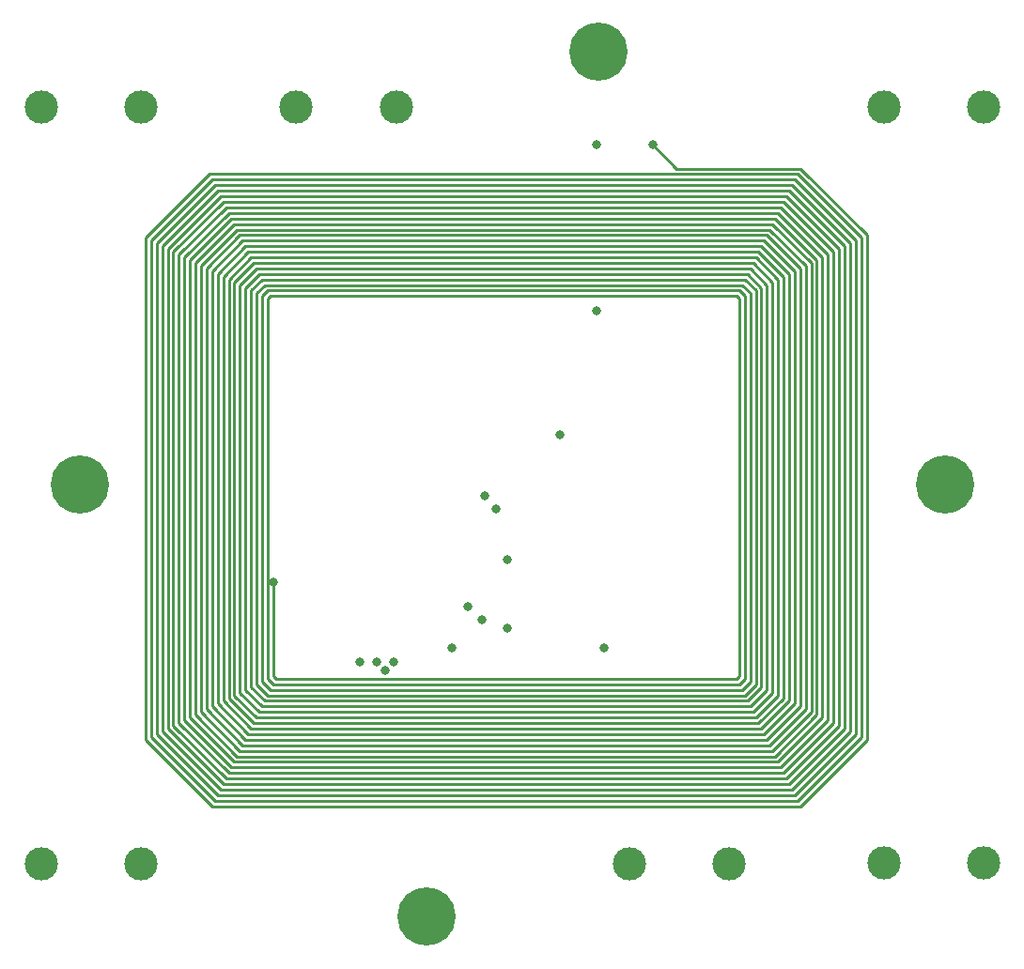
<source format=gbr>
%TF.GenerationSoftware,KiCad,Pcbnew,(5.1.10)-1*%
%TF.CreationDate,2022-05-09T17:44:24-07:00*%
%TF.ProjectId,solar-panel-side-Z,736f6c61-722d-4706-916e-656c2d736964,1.0*%
%TF.SameCoordinates,Original*%
%TF.FileFunction,Copper,L2,Inr*%
%TF.FilePolarity,Positive*%
%FSLAX46Y46*%
G04 Gerber Fmt 4.6, Leading zero omitted, Abs format (unit mm)*
G04 Created by KiCad (PCBNEW (5.1.10)-1) date 2022-05-09 17:44:24*
%MOMM*%
%LPD*%
G01*
G04 APERTURE LIST*
%TA.AperFunction,ComponentPad*%
%ADD10C,5.250000*%
%TD*%
%TA.AperFunction,ComponentPad*%
%ADD11C,3.000000*%
%TD*%
%TA.AperFunction,ViaPad*%
%ADD12C,0.800000*%
%TD*%
%TA.AperFunction,Conductor*%
%ADD13C,0.250000*%
%TD*%
G04 APERTURE END LIST*
D10*
%TO.N,Net-(J5-Pad1)*%
%TO.C,J5*%
X188500000Y-85000000D03*
%TD*%
%TO.N,Net-(J4-Pad1)*%
%TO.C,J4*%
X157250000Y-46000000D03*
%TD*%
%TO.N,Net-(J3-Pad1)*%
%TO.C,J3*%
X141750000Y-124000000D03*
%TD*%
%TO.N,Net-(J2-Pad1)*%
%TO.C,J2*%
X110500000Y-85000000D03*
%TD*%
D11*
%TO.N,Net-(SC5-Pad2)*%
%TO.C,SC5*%
X191952000Y-51008000D03*
%TO.N,Net-(D3-Pad2)*%
X182952000Y-51008000D03*
%TD*%
%TO.N,Net-(SC3-Pad2)*%
%TO.C,SC4*%
X169000000Y-119250000D03*
%TO.N,GND*%
X160000000Y-119250000D03*
%TD*%
%TO.N,Net-(SC5-Pad2)*%
%TO.C,SC6*%
X191952000Y-119172000D03*
%TO.N,GND*%
X182952000Y-119172000D03*
%TD*%
%TO.N,Net-(D2-Pad2)*%
%TO.C,SC3*%
X130000000Y-51000000D03*
%TO.N,Net-(SC3-Pad2)*%
X139000000Y-51000000D03*
%TD*%
%TO.N,GND*%
%TO.C,SC2*%
X107006000Y-119250000D03*
%TO.N,Net-(SC1-Pad2)*%
X116006000Y-119250000D03*
%TD*%
%TO.N,Net-(SC1-Pad2)*%
%TO.C,SC1*%
X116006000Y-51008000D03*
%TO.N,Net-(D1-Pad2)*%
X107006000Y-51008000D03*
%TD*%
D12*
%TO.N,GND*%
X138000000Y-101750000D03*
X157110000Y-69390000D03*
X153750000Y-80500000D03*
%TO.N,+3V3*%
X138750000Y-101000000D03*
X149000000Y-97950010D03*
X149000000Y-91750000D03*
%TO.N,VSOLAR*%
X157750000Y-99750000D03*
X144000000Y-99750000D03*
%TO.N,SDA*%
X135750000Y-101000000D03*
X145500000Y-96000000D03*
X147000000Y-86000000D03*
%TO.N,SCL*%
X146750000Y-97250000D03*
X137250000Y-101000000D03*
X148000000Y-87250000D03*
%TO.N,Net-(U2-Pad6)*%
X162110000Y-54352000D03*
X157030000Y-54352000D03*
X127924000Y-93782000D03*
%TD*%
D13*
%TO.N,Net-(U2-Pad6)*%
X127424000Y-68282000D02*
X127674000Y-68032000D01*
X171924000Y-67282000D02*
X171924000Y-103282000D01*
X127424000Y-67532000D02*
X169924000Y-67532000D01*
X127674000Y-103532000D02*
X126924000Y-102782000D01*
X170424000Y-66532000D02*
X171424000Y-67532000D01*
X118424000Y-63782000D02*
X123174000Y-59032000D01*
X169674000Y-102532000D02*
X128174000Y-102532000D01*
X123924000Y-66532000D02*
X125924000Y-64532000D01*
X169674000Y-102532000D02*
X169924000Y-102282000D01*
X125424000Y-108032000D02*
X122424000Y-105032000D01*
X119424000Y-64282000D02*
X123674000Y-60032000D01*
X127924000Y-102282000D02*
X128174000Y-102532000D01*
X127674000Y-68032000D02*
X169674000Y-68032000D01*
X170174000Y-67032000D02*
X170924000Y-67782000D01*
X179424000Y-63532000D02*
X179424000Y-107032000D01*
X127424000Y-102532000D02*
X127424000Y-68282000D01*
X169924000Y-68282000D02*
X169924000Y-102282000D01*
X170924000Y-105032000D02*
X126924000Y-105032000D01*
X126424000Y-103032000D02*
X126424000Y-67782000D01*
X169674000Y-68032000D02*
X169924000Y-68282000D01*
X124424000Y-66782000D02*
X126174000Y-65032000D01*
X170174000Y-103532000D02*
X127674000Y-103532000D01*
X170924000Y-102782000D02*
X170174000Y-103532000D01*
X125924000Y-67532000D02*
X126924000Y-66532000D01*
X171424000Y-103032000D02*
X170424000Y-104032000D01*
X125424000Y-67282000D02*
X126674000Y-66032000D01*
X126674000Y-66032000D02*
X170674000Y-66032000D01*
X124924000Y-67032000D02*
X126424000Y-65532000D01*
X127174000Y-67032000D02*
X170174000Y-67032000D01*
X126174000Y-106532000D02*
X123924000Y-104282000D01*
X125424000Y-103532000D02*
X125424000Y-67282000D01*
X169924000Y-103032000D02*
X127924000Y-103032000D01*
X180924000Y-107782000D02*
X175174000Y-113532000D01*
X170924000Y-67782000D02*
X170924000Y-102782000D01*
X170424000Y-68032000D02*
X170424000Y-102532000D01*
X170424000Y-102532000D02*
X169924000Y-103032000D01*
X171424000Y-67532000D02*
X171424000Y-103032000D01*
X174424000Y-112032000D02*
X123424000Y-112032000D01*
X126424000Y-67782000D02*
X127174000Y-67032000D01*
X169924000Y-67532000D02*
X170424000Y-68032000D01*
X173924000Y-111032000D02*
X123924000Y-111032000D01*
X174924000Y-57532000D02*
X180424000Y-63032000D01*
X126424000Y-65532000D02*
X170924000Y-65532000D01*
X126924000Y-102782000D02*
X126924000Y-68032000D01*
X126924000Y-68032000D02*
X127424000Y-67532000D01*
X127924000Y-103032000D02*
X127424000Y-102532000D01*
X171924000Y-103282000D02*
X170674000Y-104532000D01*
X127424000Y-104032000D02*
X126424000Y-103032000D01*
X175174000Y-57032000D02*
X180924000Y-62782000D01*
X170424000Y-104032000D02*
X127424000Y-104032000D01*
X173174000Y-109532000D02*
X124674000Y-109532000D01*
X172424000Y-103532000D02*
X170924000Y-105032000D01*
X122424000Y-105032000D02*
X122424000Y-65782000D01*
X123424000Y-59532000D02*
X173924000Y-59532000D01*
X126674000Y-105532000D02*
X124924000Y-103782000D01*
X171174000Y-65032000D02*
X172924000Y-66782000D01*
X178424000Y-106532000D02*
X173924000Y-111032000D01*
X119924000Y-106282000D02*
X119924000Y-64532000D01*
X171174000Y-105532000D02*
X126674000Y-105532000D01*
X123674000Y-111532000D02*
X118924000Y-106782000D01*
X171924000Y-107032000D02*
X125924000Y-107032000D01*
X125424000Y-63532000D02*
X171924000Y-63532000D01*
X122424000Y-65782000D02*
X125174000Y-63032000D01*
X123424000Y-104532000D02*
X123424000Y-66282000D01*
X171924000Y-63532000D02*
X174424000Y-66032000D01*
X170924000Y-65532000D02*
X172424000Y-67032000D01*
X178424000Y-64032000D02*
X178424000Y-106532000D01*
X124174000Y-110532000D02*
X119924000Y-106282000D01*
X119924000Y-64532000D02*
X123924000Y-60532000D01*
X126424000Y-106032000D02*
X124424000Y-104032000D01*
X173924000Y-59532000D02*
X178424000Y-64032000D01*
X117924000Y-63532000D02*
X122924000Y-58532000D01*
X173424000Y-66532000D02*
X173424000Y-104032000D01*
X118924000Y-106782000D02*
X118924000Y-64032000D01*
X123174000Y-59032000D02*
X174174000Y-59032000D01*
X180424000Y-63032000D02*
X180424000Y-107532000D01*
X174174000Y-111532000D02*
X123674000Y-111532000D01*
X178924000Y-63782000D02*
X178924000Y-106782000D01*
X172424000Y-67032000D02*
X172424000Y-103532000D01*
X123924000Y-111032000D02*
X119424000Y-106532000D01*
X174424000Y-58532000D02*
X179424000Y-63532000D01*
X170674000Y-104532000D02*
X127174000Y-104532000D01*
X126174000Y-65032000D02*
X171174000Y-65032000D01*
X122924000Y-58532000D02*
X174424000Y-58532000D01*
X117924000Y-107282000D02*
X117924000Y-63532000D01*
X171424000Y-106032000D02*
X126424000Y-106032000D01*
X172924000Y-66782000D02*
X172924000Y-103782000D01*
X126924000Y-105032000D02*
X125424000Y-103532000D01*
X123174000Y-112532000D02*
X117924000Y-107282000D01*
X179424000Y-107032000D02*
X174424000Y-112032000D01*
X122424000Y-114032000D02*
X116424000Y-108032000D01*
X181424000Y-108032000D02*
X175424000Y-114032000D01*
X174924000Y-113032000D02*
X122924000Y-113032000D01*
X173424000Y-104032000D02*
X171424000Y-106032000D01*
X125924000Y-103282000D02*
X125924000Y-67532000D01*
X124924000Y-103782000D02*
X124924000Y-67032000D01*
X123924000Y-104282000D02*
X123924000Y-66532000D01*
X118424000Y-107032000D02*
X118424000Y-63782000D01*
X174674000Y-112532000D02*
X123174000Y-112532000D01*
X172424000Y-108032000D02*
X125424000Y-108032000D01*
X117424000Y-107532000D02*
X117424000Y-63282000D01*
X122424000Y-57532000D02*
X174924000Y-57532000D01*
X174174000Y-59032000D02*
X178924000Y-63782000D01*
X173924000Y-104282000D02*
X171674000Y-106532000D01*
X127174000Y-104532000D02*
X125924000Y-103282000D01*
X172924000Y-103782000D02*
X171174000Y-105532000D01*
X178924000Y-106782000D02*
X174174000Y-111532000D01*
X180924000Y-62782000D02*
X180924000Y-107782000D01*
X173674000Y-110532000D02*
X124174000Y-110532000D01*
X125924000Y-64532000D02*
X171424000Y-64532000D01*
X123674000Y-60032000D02*
X173674000Y-60032000D01*
X118924000Y-64032000D02*
X123424000Y-59532000D01*
X170674000Y-66032000D02*
X171924000Y-67282000D01*
X177924000Y-64282000D02*
X177924000Y-106282000D01*
X125674000Y-64032000D02*
X171674000Y-64032000D01*
X122924000Y-66032000D02*
X125424000Y-63532000D01*
X124174000Y-61032000D02*
X173174000Y-61032000D01*
X116924000Y-107782000D02*
X116924000Y-63032000D01*
X175424000Y-56532000D02*
X181424000Y-62532000D01*
X120424000Y-64782000D02*
X124174000Y-61032000D01*
X125674000Y-107532000D02*
X122924000Y-104782000D01*
X122674000Y-58032000D02*
X174674000Y-58032000D01*
X122924000Y-113032000D02*
X117424000Y-107532000D01*
X173424000Y-60532000D02*
X177424000Y-64532000D01*
X175424000Y-105032000D02*
X172424000Y-108032000D01*
X172924000Y-109032000D02*
X124924000Y-109032000D01*
X124924000Y-62532000D02*
X172424000Y-62532000D01*
X177424000Y-64532000D02*
X177424000Y-106032000D01*
X174924000Y-104782000D02*
X172174000Y-107532000D01*
X172174000Y-63032000D02*
X174924000Y-65782000D01*
X174424000Y-66032000D02*
X174424000Y-104532000D01*
X122674000Y-113532000D02*
X116924000Y-107782000D01*
X175424000Y-65532000D02*
X175424000Y-105032000D01*
X121424000Y-105532000D02*
X121424000Y-65282000D01*
X171674000Y-64032000D02*
X173924000Y-66282000D01*
X173174000Y-61032000D02*
X176924000Y-64782000D01*
X175174000Y-113532000D02*
X122674000Y-113532000D01*
X180424000Y-107532000D02*
X174924000Y-113032000D01*
X172174000Y-107532000D02*
X125674000Y-107532000D01*
X175924000Y-105282000D02*
X172674000Y-108532000D01*
X172924000Y-61532000D02*
X176424000Y-65032000D01*
X172424000Y-62532000D02*
X175424000Y-65532000D01*
X173674000Y-60032000D02*
X177924000Y-64282000D01*
X121424000Y-65282000D02*
X124674000Y-62032000D01*
X119424000Y-106532000D02*
X119424000Y-64282000D01*
X124424000Y-104032000D02*
X124424000Y-66782000D01*
X179924000Y-63282000D02*
X179924000Y-107282000D01*
X171674000Y-106532000D02*
X126174000Y-106532000D01*
X174424000Y-104532000D02*
X171924000Y-107032000D01*
X116924000Y-63032000D02*
X122424000Y-57532000D01*
X123424000Y-66282000D02*
X125674000Y-64032000D01*
X175924000Y-65282000D02*
X175924000Y-105282000D01*
X122174000Y-57032000D02*
X175174000Y-57032000D01*
X124424000Y-61532000D02*
X172924000Y-61532000D01*
X174674000Y-58032000D02*
X179924000Y-63282000D01*
X173424000Y-110032000D02*
X124424000Y-110032000D01*
X176424000Y-105532000D02*
X172924000Y-109032000D01*
X171424000Y-64532000D02*
X173424000Y-66532000D01*
X120424000Y-106032000D02*
X120424000Y-64782000D01*
X120924000Y-105782000D02*
X120924000Y-65032000D01*
X176924000Y-105782000D02*
X173174000Y-109532000D01*
X116424000Y-62782000D02*
X122174000Y-57032000D01*
X121924000Y-65532000D02*
X124924000Y-62532000D01*
X177424000Y-106032000D02*
X173424000Y-110032000D01*
X125924000Y-107032000D02*
X123424000Y-104532000D01*
X121924000Y-105282000D02*
X121924000Y-65532000D01*
X116424000Y-108032000D02*
X116424000Y-62782000D01*
X123424000Y-112032000D02*
X118424000Y-107032000D01*
X177924000Y-106282000D02*
X173674000Y-110532000D01*
X176924000Y-64782000D02*
X176924000Y-105782000D01*
X124674000Y-109532000D02*
X120924000Y-105782000D01*
X124924000Y-109032000D02*
X121424000Y-105532000D01*
X181424000Y-62532000D02*
X181424000Y-108032000D01*
X124424000Y-110032000D02*
X120424000Y-106032000D01*
X120924000Y-65032000D02*
X124424000Y-61532000D01*
X172674000Y-62032000D02*
X175924000Y-65282000D01*
X172674000Y-108532000D02*
X125174000Y-108532000D01*
X126924000Y-66532000D02*
X170424000Y-66532000D01*
X179924000Y-107282000D02*
X174674000Y-112532000D01*
X124674000Y-62032000D02*
X172674000Y-62032000D01*
X175424000Y-114032000D02*
X122424000Y-114032000D01*
X125174000Y-63032000D02*
X172174000Y-63032000D01*
X123924000Y-60532000D02*
X173424000Y-60532000D01*
X117424000Y-63282000D02*
X122674000Y-58032000D01*
X176424000Y-65032000D02*
X176424000Y-105532000D01*
X174924000Y-65782000D02*
X174924000Y-104782000D01*
X173924000Y-66282000D02*
X173924000Y-104282000D01*
X122924000Y-104782000D02*
X122924000Y-66032000D01*
X127924000Y-102282000D02*
X127924000Y-93782000D01*
X125174000Y-108532000D02*
X121924000Y-105282000D01*
X164290000Y-56532000D02*
X162110000Y-54352000D01*
X166576000Y-56532000D02*
X164798000Y-56532000D01*
X175424000Y-56532000D02*
X166576000Y-56532000D01*
X166576000Y-56532000D02*
X164290000Y-56532000D01*
%TD*%
M02*

</source>
